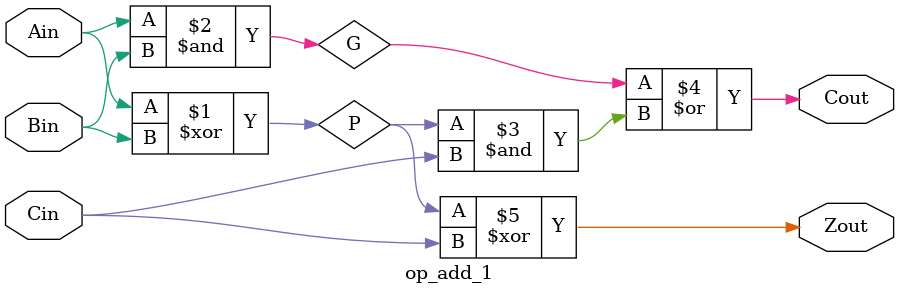
<source format=v>
module op_add_64(input [63:0] Ain, Bin, input wire Cin, output [63:0] Zout, output wire Cout);
	wire Cout1;

	op_add_32 OP1(.Ain(Ain[31:0]), .Bin(Bin[31:0]), .Cin(Cin), .Zout(Zout[31:0]), .Cout(Cout1));
	op_add_32 OP2(.Ain(Ain[63:32]), .Bin(Bin[63:32]), .Cin(Cout1), .Zout(Zout[63:32]), .Cout(Cout));
endmodule

module op_add_32(input [31:0] Ain, Bin, input wire Cin, output [31:0] Zout, output wire Cout);
	wire Cout1;

	op_add_16 OP1(.Ain(Ain[15:0]), .Bin(Bin[15:0]), .Cin(Cin), .Zout(Zout[15:0]), .Cout(Cout1));
	op_add_16 OP2(.Ain(Ain[31:16]), .Bin(Bin[31:16]), .Cin(Cout1), .Zout(Zout[31:16]), .Cout(Cout));
endmodule

module op_add_16(input [15:0] Ain, Bin, input wire Cin, output [15:0] Zout, output wire Cout);
	wire Cout1, Cout2, Cout3;

	op_add_4 OP1(.Ain(Ain[3:0]), .Bin(Bin[3:0]), .Cin(Cin), .Zout(Zout[3:0]), .Cout(Cout1));
	op_add_4 OP2(.Ain(Ain[7:4]), .Bin(Bin[7:4]), .Cin(Cout1), .Zout(Zout[7:4]), .Cout(Cout2));
	op_add_4 OP3(.Ain(Ain[11:8]), .Bin(Bin[11:8]), .Cin(Cout2), .Zout(Zout[11:8]), .Cout(Cout3));
	op_add_4 OP4(.Ain(Ain[15:12]), .Bin(Bin[15:12]), .Cin(Cout3), .Zout(Zout[15:12]), .Cout(Cout));
endmodule

// this is a carry-look-ahead algorithm
module op_add_4(input [3:0] Ain, Bin, input wire Cin, output [3:0] Zout, output wire Cout);
	wire [3:0] P, G, c;
	
	assign P = Ain ^ Bin;
	assign G = Ain & Bin;
	
	assign c[0] = Cin; // G0 + P0C0
	assign c[1] = G[0] | (P[0] & c[0]); // G1 + P1C1 = G1 + P1G0 + P1P0G0
	assign c[2] = G[1] | (P[1] & G[0]) | (P[1] & P[0] & c[0]);
	assign c[3] = G[2] | (P[2] & G[1]) | (P[2] & P[1] & G[0]) | (P[2] & P[1] & P[0] & c[0]);
	
	assign Cout = G[3] | (P[3] & G[2]) | (P[3] & P[2] & G[1]) | (P[3] & P[2] & P[1] & G[0]) | (P[3] & P[2] & P[1] & P[0] & c[0]);
	assign Zout = P ^ c;
endmodule

// Someone asked me about this so I showed a more minimal of op_add_4
// Typically a full-adder is 2 xor's, 2 and's and 1 or
// op_add_4 is just op_add_1 done 4 times with everything all combined
module op_add_1(input Ain, Bin, input wire Cin, output Zout, output wire Cout);
	wire P, G;
	assign P = Ain ^ Bin;
	assign G = Ain & Bin;
	assign Cout = G | (P & Cin);
	assign Zout = P ^ Cin;
endmodule
</source>
